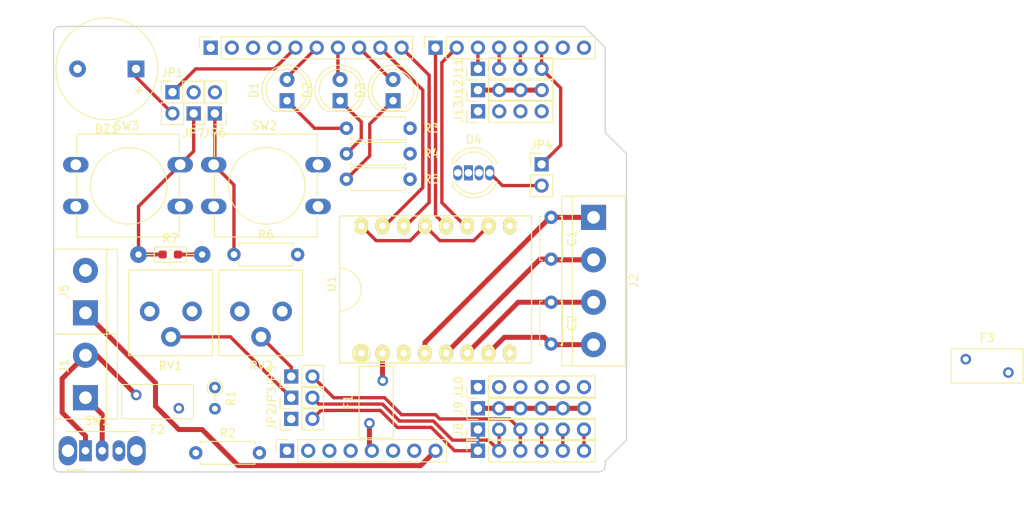
<source format=kicad_pcb>
(kicad_pcb (version 20211014) (generator pcbnew)
  (title_block (date "mar. 31 mars 2015"))
  (layers (0 "F.Cu" signal) (31 "B.Cu" signal) (34 "B.Paste" user) (35 "F.Paste" user) (36 "B.SilkS" user "B.Silkscreen") (37 "F.SilkS" user "F.Silkscreen") (38 "B.Mask" user) (39 "F.Mask" user) (44 "Edge.Cuts" user))
  (net 0 "")
  (net 1 "GND")
  (net 2 "Net-(BZ1-Pad1)")
  (net 3 "+5V")
  (net 4 "/IOREF")
  (net 5 "/A0")
  (net 6 "/A1")
  (net 7 "/A2")
  (net 8 "/A3")
  (net 9 "/SDA{slash}A4")
  (net 10 "/SCL{slash}A5")
  (net 11 "/13")
  (net 12 "/12")
  (net 13 "/AREF")
  (net 14 "/8")
  (net 15 "/7")
  (net 16 "/*11")
  (net 17 "/*10")
  (net 18 "/*9")
  (net 19 "/4")
  (net 20 "/2")
  (net 21 "/*6")
  (net 22 "/*5")
  (net 23 "/TX{slash}1")
  (net 24 "/*3")
  (net 25 "/RX{slash}0")
  (net 26 "Net-(C1-Pad1)")
  (net 27 "Net-(C1-Pad2)")
  (net 28 "/~{RESET}")
  (net 29 "Net-(C2-Pad1)")
  (net 30 "Net-(C2-Pad2)")
  (net 31 "Net-(D1-Pad1)")
  (net 32 "Net-(D2-Pad1)")
  (net 33 "Net-(D3-Pad1)")
  (net 34 "Net-(F1-Pad1)")
  (net 35 "Net-(F2-Pad1)")
  (net 36 "/+BAT")
  (net 37 "Net-(F3-Pad1)")
  (net 38 "+3.3V")
  (net 39 "/STUP_IN")
  (net 41 "/Vin")
  (net 42 "Net-(JP2-Pad1)")
  (net 43 "Net-(JP3-Pad1)")
  (net 44 "Net-(D4-Pad4)")
  (net 45 "Net-(JP5-Pad1)")
  (net 46 "Net-(JP6-Pad1)")
  (net 47 "Net-(JP7-Pad1)")
  (footprint "Connector_PinSocket_2.54mm:PinSocket_1x08_P2.54mm_Vertical" (layer "F.Cu") (at 127.94 97.46 90)
    (fp_text reference "J4" hide)
    (fp_text value "Power")
    (pad "1" thru_hole rect locked (at 0 0 90) (size 1.7 1.7) (drill 1) (layers *.Cu *.Mask))
    (pad "2" thru_hole oval locked (at 0 2.54 90) (size 1.7 1.7) (drill 1) (layers *.Cu *.Mask) (net 4 "/IOREF"))
    (pad "3" thru_hole oval locked (at 0 5.08 90) (size 1.7 1.7) (drill 1) (layers *.Cu *.Mask) (net 28 "/~{RESET}"))
    (pad "4" thru_hole oval locked (at 0 7.62 90) (size 1.7 1.7) (drill 1) (layers *.Cu *.Mask) (net 37 "Net-(F3-Pad1)"))
    (pad "5" thru_hole oval locked (at 0 10.16 90) (size 1.7 1.7) (drill 1) (layers *.Cu *.Mask) (net 34 "Net-(F1-Pad1)"))
    (pad "6" thru_hole oval locked (at 0 12.7 90) (size 1.7 1.7) (drill 1) (layers *.Cu *.Mask) (net 1 "GND"))
    (pad "7" thru_hole oval locked (at 0 15.24 90) (size 1.7 1.7) (drill 1) (layers *.Cu *.Mask) (net 1 "GND"))
    (pad "8" thru_hole oval locked (at 0 17.78 90) (size 1.7 1.7) (drill 1) (layers *.Cu *.Mask) (net 41 "/Vin"))
  )
  (footprint "Connector_PinSocket_2.54mm:PinSocket_1x06_P2.54mm_Vertical" (layer "F.Cu") (at 150.8 97.46 90)
    (fp_text reference "J6" hide)
    (fp_text value "Analog")
    (pad "1" thru_hole rect locked (at 0 0 90) (size 1.7 1.7) (drill 1) (layers *.Cu *.Mask) (net 5 "/A0"))
    (pad "2" thru_hole oval locked (at 0 2.54 90) (size 1.7 1.7) (drill 1) (layers *.Cu *.Mask) (net 6 "/A1"))
    (pad "3" thru_hole oval locked (at 0 5.08 90) (size 1.7 1.7) (drill 1) (layers *.Cu *.Mask) (net 7 "/A2"))
    (pad "4" thru_hole oval locked (at 0 7.62 90) (size 1.7 1.7) (drill 1) (layers *.Cu *.Mask) (net 8 "/A3"))
    (pad "5" thru_hole oval locked (at 0 10.16 90) (size 1.7 1.7) (drill 1) (layers *.Cu *.Mask) (net 9 "/SDA{slash}A4"))
    (pad "6" thru_hole oval locked (at 0 12.7 90) (size 1.7 1.7) (drill 1) (layers *.Cu *.Mask) (net 10 "/SCL{slash}A5"))
  )
  (footprint "Connector_PinSocket_2.54mm:PinSocket_1x10_P2.54mm_Vertical" (layer "F.Cu") (at 118.796 49.2 90)
    (fp_text reference "J3" hide)
    (fp_text value "Digital/PWM")
    (pad "1" thru_hole rect locked (at 0 0 90) (size 1.7 1.7) (drill 1) (layers *.Cu *.Mask) (net 10 "/SCL{slash}A5"))
    (pad "2" thru_hole oval locked (at 0 2.54 90) (size 1.7 1.7) (drill 1) (layers *.Cu *.Mask) (net 9 "/SDA{slash}A4"))
    (pad "3" thru_hole oval locked (at 0 5.08 90) (size 1.7 1.7) (drill 1) (layers *.Cu *.Mask) (net 13 "/AREF"))
    (pad "4" thru_hole oval locked (at 0 7.62 90) (size 1.7 1.7) (drill 1) (layers *.Cu *.Mask) (net 1 "GND"))
    (pad "5" thru_hole oval locked (at 0 10.16 90) (size 1.7 1.7) (drill 1) (layers *.Cu *.Mask) (net 11 "/13"))
    (pad "6" thru_hole oval locked (at 0 12.7 90) (size 1.7 1.7) (drill 1) (layers *.Cu *.Mask) (net 12 "/12"))
    (pad "7" thru_hole oval locked (at 0 15.24 90) (size 1.7 1.7) (drill 1) (layers *.Cu *.Mask) (net 16 "/*11"))
    (pad "8" thru_hole oval locked (at 0 17.78 90) (size 1.7 1.7) (drill 1) (layers *.Cu *.Mask) (net 17 "/*10"))
    (pad "9" thru_hole oval locked (at 0 20.32 90) (size 1.7 1.7) (drill 1) (layers *.Cu *.Mask) (net 18 "/*9"))
    (pad "10" thru_hole oval locked (at 0 22.86 90) (size 1.7 1.7) (drill 1) (layers *.Cu *.Mask) (net 14 "/8"))
  )
  (footprint "Connector_PinSocket_2.54mm:PinSocket_1x08_P2.54mm_Vertical" (layer "F.Cu") (at 145.72 49.2 90)
    (fp_text reference "J7" hide)
    (fp_text value "Digital/PWM")
    (pad "1" thru_hole rect locked (at 0 0 90) (size 1.7 1.7) (drill 1) (layers *.Cu *.Mask) (net 15 "/7"))
    (pad "2" thru_hole oval locked (at 0 2.54 90) (size 1.7 1.7) (drill 1) (layers *.Cu *.Mask) (net 21 "/*6"))
    (pad "3" thru_hole oval locked (at 0 5.08 90) (size 1.7 1.7) (drill 1) (layers *.Cu *.Mask) (net 22 "/*5"))
    (pad "4" thru_hole oval locked (at 0 7.62 90) (size 1.7 1.7) (drill 1) (layers *.Cu *.Mask) (net 19 "/4"))
    (pad "5" thru_hole oval locked (at 0 10.16 90) (size 1.7 1.7) (drill 1) (layers *.Cu *.Mask) (net 24 "/*3"))
    (pad "6" thru_hole oval locked (at 0 12.7 90) (size 1.7 1.7) (drill 1) (layers *.Cu *.Mask) (net 20 "/2"))
    (pad "7" thru_hole oval locked (at 0 15.24 90) (size 1.7 1.7) (drill 1) (layers *.Cu *.Mask) (net 23 "/TX{slash}1"))
    (pad "8" thru_hole oval locked (at 0 17.78 90) (size 1.7 1.7) (drill 1) (layers *.Cu *.Mask) (net 25 "/RX{slash}0"))
  )
  (footprint "Resistor_THT:R_Axial_DIN0207_L6.3mm_D2.5mm_P7.62mm_Horizontal" (layer "F.Cu") (at 117.018 97.714)
    (fp_text reference "R2" (at 3.81 -2.37) (layer "F.SilkS"))
    (fp_text value "R")
    (pad "1" thru_hole circle (at 0 0) (size 1.6 1.6) (drill 0.8) (layers *.Cu *.Mask) (net 42 "Net-(JP2-Pad1)"))
    (pad "2" thru_hole oval (at 7.62 0) (size 1.6 1.6) (drill 0.8) (layers *.Cu *.Mask) (net 1 "GND"))
  )
  (footprint "Connector_PinHeader_2.54mm:PinHeader_1x06_P2.54mm_Vertical" (layer "F.Cu") (at 150.8 89.84 90)
    (fp_text reference "J10" (at 0 -2.33 90) (layer "F.SilkS"))
    (fp_text value "Anlg. GND")
    (pad "1" thru_hole rect (at 0 0 90) (size 1.7 1.7) (drill 1) (layers *.Cu *.Mask) (net 1 "GND"))
    (pad "2" thru_hole oval (at 0 2.54 90) (size 1.7 1.7) (drill 1) (layers *.Cu *.Mask) (net 1 "GND"))
    (pad "3" thru_hole oval (at 0 5.08 90) (size 1.7 1.7) (drill 1) (layers *.Cu *.Mask) (net 1 "GND"))
    (pad "4" thru_hole oval (at 0 7.62 90) (size 1.7 1.7) (drill 1) (layers *.Cu *.Mask) (net 1 "GND"))
    (pad "5" thru_hole oval (at 0 10.16 90) (size 1.7 1.7) (drill 1) (layers *.Cu *.Mask) (net 1 "GND"))
    (pad "6" thru_hole oval (at 0 12.7 90) (size 1.7 1.7) (drill 1) (layers *.Cu *.Mask) (net 1 "GND"))
  )
  (footprint "Fuse:Fuse_BelFuse_0ZRE0005FF_L8.3mm_W3.8mm" (layer "F.Cu") (at 137.808 94.168 90)
    (fp_text reference "F1" (at 2.54 -2.54 90) (layer "F.SilkS"))
    (fp_text value "Polyfuse")
    (pad "1" thru_hole circle (at 0 0 90) (size 1.27 1.27) (drill 0.71) (layers *.Cu *.Mask) (net 34 "Net-(F1-Pad1)"))
    (pad "2" thru_hole circle (at 5.1 1.6 90) (size 1.27 1.27) (drill 0.71) (layers *.Cu *.Mask) (net 3 "+5V"))
  )
  (footprint "Connector_PinHeader_2.54mm:PinHeader_1x04_P2.54mm_Vertical" (layer "F.Cu") (at 150.8 51.74 90)
    (fp_text reference "J11" (at 0 -2.33 90) (layer "F.SilkS"))
    (fp_text value "Digital")
    (pad "1" thru_hole rect (at 0 0 90) (size 1.7 1.7) (drill 1) (layers *.Cu *.Mask) (net 22 "/*5"))
    (pad "2" thru_hole oval (at 0 2.54 90) (size 1.7 1.7) (drill 1) (layers *.Cu *.Mask) (net 19 "/4"))
    (pad "3" thru_hole oval (at 0 5.08 90) (size 1.7 1.7) (drill 1) (layers *.Cu *.Mask) (net 24 "/*3"))
    (pad "4" thru_hole oval (at 0 7.62 90) (size 1.7 1.7) (drill 1) (layers *.Cu *.Mask) (net 20 "/2"))
  )
  (footprint "bl_kicad:NEOPIXEL_THT_D5.0mm-4_(OGVI)" (layer "F.Cu") (at 148.392 64.186)
    (fp_text reference "D4" (at 1.905 -3.96) (layer "F.SilkS"))
    (fp_text value "NeoPixel_THT")
    (pad "1" thru_hole oval (at 0 0) (size 1.07 1.8) (drill 0.9) (layers *.Cu *.Mask))
    (pad "2" thru_hole rect (at 1.27 0) (size 1.07 1.8) (drill 0.9) (layers *.Cu *.Mask) (net 1 "GND"))
    (pad "3" thru_hole oval (at 2.54 0) (size 1.07 1.8) (drill 0.9) (layers *.Cu *.Mask) (net 3 "+5V"))
    (pad "4" thru_hole oval (at 3.81 0) (size 1.07 1.8) (drill 0.9) (layers *.Cu *.Mask) (net 44 "Net-(D4-Pad4)"))
  )
  (footprint "Button_Switch_THT:SW_PUSH-12mm" (layer "F.Cu") (at 119.16 63.21)
    (fp_text reference "SW2" (at 6.08 -4.66) (layer "F.SilkS"))
    (fp_text value "BUTTON_B")
    (pad "1" thru_hole oval (at 0 0) (size 3.048 1.85) (drill 1.3) (layers *.Cu *.Mask) (net 46 "Net-(JP6-Pad1)"))
    (pad "1" thru_hole oval (at 12.5 0) (size 3.048 1.85) (drill 1.3) (layers *.Cu *.Mask) (net 46 "Net-(JP6-Pad1)"))
    (pad "2" thru_hole oval (at 0 5) (size 3.048 1.85) (drill 1.3) (layers *.Cu *.Mask) (net 3 "+5V"))
    (pad "2" thru_hole oval (at 12.5 5) (size 3.048 1.85) (drill 1.3) (layers *.Cu *.Mask) (net 3 "+5V"))
  )
  (footprint "bl_kicad:POT_SmallBlueArrow" (layer "F.Cu") (at 122.29 75.95 -90)
    (fp_text reference "RV2" (at 11.35 -2.54) (layer "F.SilkS"))
    (fp_text value "Pot_B")
    (pad "1" thru_hole circle (at 4.826 0 270) (size 2.34 2.34) (drill 1.3) (layers *.Cu *.Mask) (net 3 "+5V"))
    (pad "2" thru_hole circle (at 7.874 -2.54 270) (size 2.34 2.34) (drill 1.3) (layers *.Cu *.Mask) (net 45 "Net-(JP5-Pad1)"))
    (pad "3" thru_hole circle (at 4.826 -5.08 270) (size 2.34 2.34) (drill 1.3) (layers *.Cu *.Mask) (net 1 "GND"))
  )
  (footprint "LED_THT:LED_D5.0mm" (layer "F.Cu") (at 134.29 55.55 90)
    (fp_text reference "D2" (at 1.27 -3.96 90) (layer "F.SilkS"))
    (fp_text value "Yellow")
    (pad "1" thru_hole rect (at 0 0 90) (size 1.8 1.8) (drill 0.9) (layers *.Cu *.Mask) (net 32 "Net-(D2-Pad1)"))
    (pad "2" thru_hole circle (at 2.54 0 90) (size 1.8 1.8) (drill 0.9) (layers *.Cu *.Mask) (net 16 "/*11"))
  )
  (footprint "Connector_PinHeader_2.54mm:PinHeader_1x02_P2.54mm_Vertical" (layer "F.Cu") (at 116.764 57.079 180)
    (fp_text reference "JP7" (at 0 -2.33) (layer "F.SilkS"))
    (fp_text value "Jump_D4")
    (pad "1" thru_hole rect (at 0 0 180) (size 1.7 1.7) (drill 1) (layers *.Cu *.Mask) (net 47 "Net-(JP7-Pad1)"))
    (pad "2" thru_hole oval (at 0 2.54 180) (size 1.7 1.7) (drill 1) (layers *.Cu *.Mask) (net 19 "/4"))
  )
  (footprint "LED_THT:LED_D5.0mm" (layer "F.Cu") (at 140.64 55.55 90)
    (fp_text reference "D3" (at 1.27 -3.96 90) (layer "F.SilkS"))
    (fp_text value "Green")
    (pad "1" thru_hole rect (at 0 0 90) (size 1.8 1.8) (drill 0.9) (layers *.Cu *.Mask) (net 33 "Net-(D3-Pad1)"))
    (pad "2" thru_hole circle (at 2.54 0 90) (size 1.8 1.8) (drill 0.9) (layers *.Cu *.Mask) (net 17 "/*10"))
  )
  (footprint "Connector_PinHeader_2.54mm:PinHeader_1x02_P2.54mm_Vertical" (layer "F.Cu") (at 128.448 93.65 90)
    (fp_text reference "JP2" (at 0 -2.33 90) (layer "F.SilkS"))
    (fp_text value "Jump_A0")
    (pad "1" thru_hole rect (at 0 0 90) (size 1.7 1.7) (drill 1) (layers *.Cu *.Mask) (net 42 "Net-(JP2-Pad1)"))
    (pad "2" thru_hole oval (at 0 2.54 90) (size 1.7 1.7) (drill 1) (layers *.Cu *.Mask) (net 5 "/A0"))
  )
  (footprint "Connector_PinHeader_2.54mm:PinHeader_1x04_P2.54mm_Vertical" (layer "F.Cu") (at 150.81 56.82 90)
    (fp_text reference "J13" (at 0 -2.33 90) (layer "F.SilkS"))
    (fp_text value "Dig. GND")
    (pad "1" thru_hole rect (at 0 0 90) (size 1.7 1.7) (drill 1) (layers *.Cu *.Mask) (net 1 "GND"))
    (pad "2" thru_hole oval (at 0 2.54 90) (size 1.7 1.7) (drill 1) (layers *.Cu *.Mask) (net 1 "GND"))
    (pad "3" thru_hole oval (at 0 5.08 90) (size 1.7 1.7) (drill 1) (layers *.Cu *.Mask) (net 1 "GND"))
    (pad "4" thru_hole oval (at 0 7.62 90) (size 1.7 1.7) (drill 1) (layers *.Cu *.Mask) (net 1 "GND"))
  )
  (footprint "Connector_PinHeader_2.54mm:PinHeader_1x04_P2.54mm_Vertical" (layer "F.Cu") (at 150.81 54.28 90)
    (fp_text reference "J12" (at 0 -2.33 90) (layer "F.SilkS"))
    (fp_text value "Dig. Pwr.")
    (pad "1" thru_hole rect (at 0 0 90) (size 1.7 1.7) (drill 1) (layers *.Cu *.Mask) (net 3 "+5V"))
    (pad "2" thru_hole oval (at 0 2.54 90) (size 1.7 1.7) (drill 1) (layers *.Cu *.Mask) (net 3 "+5V"))
    (pad "3" thru_hole oval (at 0 5.08 90) (size 1.7 1.7) (drill 1) (layers *.Cu *.Mask) (net 3 "+5V"))
    (pad "4" thru_hole oval (at 0 7.62 90) (size 1.7 1.7) (drill 1) (layers *.Cu *.Mask) (net 3 "+5V"))
  )
  (footprint "Button_Switch_THT:SW_PUSH-12mm" (layer "F.Cu") (at 102.65 63.21)
    (fp_text reference "SW3" (at 6.08 -4.66) (layer "F.SilkS"))
    (fp_text value "BUTTON_A")
    (pad "1" thru_hole oval (at 12.5 0) (size 3.048 1.85) (drill 1.3) (layers *.Cu *.Mask) (net 47 "Net-(JP7-Pad1)"))
    (pad "1" thru_hole oval (at 0 0) (size 3.048 1.85) (drill 1.3) (layers *.Cu *.Mask) (net 47 "Net-(JP7-Pad1)"))
    (pad "2" thru_hole oval (at 12.5 5) (size 3.048 1.85) (drill 1.3) (layers *.Cu *.Mask) (net 3 "+5V"))
    (pad "2" thru_hole oval (at 0 5) (size 3.048 1.85) (drill 1.3) (layers *.Cu *.Mask) (net 3 "+5V"))
  )
  (footprint "LED_THT:LED_D5.0mm" (layer "F.Cu") (at 127.94 55.55 90)
    (fp_text reference "D1" (at 1.27 -3.96 90) (layer "F.SilkS"))
    (fp_text value "Red")
    (pad "1" thru_hole rect (at 0 0 90) (size 1.8 1.8) (drill 0.9) (layers *.Cu *.Mask) (net 31 "Net-(D1-Pad1)"))
    (pad "2" thru_hole circle (at 2.54 0 90) (size 1.8 1.8) (drill 0.9) (layers *.Cu *.Mask) (net 12 "/12"))
  )
  (footprint "Connector_PinHeader_2.54mm:PinHeader_1x02_P2.54mm_Vertical" (layer "F.Cu") (at 119.304 57.079 180)
    (fp_text reference "JP6" (at 0 -2.33) (layer "F.SilkS"))
    (fp_text value "Jump_D3")
    (pad "1" thru_hole rect (at 0 0 180) (size 1.7 1.7) (drill 1) (layers *.Cu *.Mask) (net 46 "Net-(JP6-Pad1)"))
    (pad "2" thru_hole oval (at 0 2.54 180) (size 1.7 1.7) (drill 1) (layers *.Cu *.Mask) (net 24 "/*3"))
  )
  (footprint "Capacitor_THT:C_Disc_D5.0mm_W2.5mm_P5.00mm" (layer "F.Cu") (at 159.563 69.52 -90)
    (fp_text reference "C1" (at 2.5 -2.5 90) (layer "F.SilkS"))
    (fp_text value "C")
    (pad "1" thru_hole circle (at 0 0 270) (size 1.6 1.6) (drill 0.8) (layers *.Cu *.Mask) (net 26 "Net-(C1-Pad1)"))
    (pad "2" thru_hole circle (at 5 0 270) (size 1.6 1.6) (drill 0.8) (layers *.Cu *.Mask) (net 27 "Net-(C1-Pad2)"))
  )
  (footprint "Capacitor_THT:C_Disc_D5.0mm_W2.5mm_P5.00mm" (layer "F.Cu") (at 159.563 79.68 -90)
    (fp_text reference "C2" (at 2.5 -2.5 90) (layer "F.SilkS"))
    (fp_text value "C")
    (pad "1" thru_hole circle (at 0 0 270) (size 1.6 1.6) (drill 0.8) (layers *.Cu *.Mask) (net 29 "Net-(C2-Pad1)"))
    (pad "2" thru_hole circle (at 5 0 270) (size 1.6 1.6) (drill 0.8) (layers *.Cu *.Mask) (net 30 "Net-(C2-Pad2)"))
  )
  (footprint "TerminalBlock:TerminalBlock_bornier-2_P5.08mm" (layer "F.Cu") (at 103.81 80.95 90)
    (fp_text reference "J5" (at 2.54 -2.54 90) (layer "F.SilkS"))
    (fp_text value "STUP->PCB")
    (pad "1" thru_hole rect (at 0 0 90) (size 3 3) (drill 1.52) (layers *.Cu *.Mask) (net 41 "/Vin"))
    (pad "2" thru_hole circle (at 5.08 0 90) (size 3 3) (drill 1.52) (layers *.Cu *.Mask) (net 1 "GND"))
  )
  (footprint "Arduino_MountingHole:MountingHole_3.2mm" (layer "F.Cu") (at 115.24 49.2)
    (fp_text reference "MH1" hide)
    (fp_text value "MountingHole_3.2mm" hide)
    (pad "" np_thru_hole circle locked (at 0 0) (size 3.2 3.2) (drill 3.2) (layers *.Cu *.Mask))
  )
  (footprint "bl_kicad:ResistorMIxed_THT-DIN0204_SMD-0603" (layer "F.Cu") (at 110.16 73.965)
    (fp_text reference "R7" (at 3.81 -1.92) (layer "F.SilkS"))
    (fp_text value "R")
    (fp_line (start 6.9215 0) (end 5.08 0) (layer "F.Cu") (width 0.48))
    (fp_line (start 0.762 0) (end 2.9845 0) (layer "F.Cu") (width 0.48))
    (pad "1" smd roundrect locked (at 2.8975 0) (size 0.975 0.95) (layers "F.Cu" "F.Paste" "F.Mask") (net 47 "Net-(JP7-Pad1)"))
    (pad "1" thru_hole circle locked (at 0 0) (size 1.99898 1.99898) (drill 0.762) (layers *.Cu *.Mask) (net 47 "Net-(JP7-Pad1)"))
    (pad "2" smd roundrect locked (at 4.7225 0) (size 0.975 0.95) (layers "F.Cu" "F.Paste" "F.Mask") (net 1 "GND"))
    (pad "2" thru_hole circle locked (at 7.62 0) (size 1.99898 1.99898) (drill 0.762) (layers *.Cu *.Mask) (net 1 "GND"))
  )
  (footprint "Resistor_THT:R_Axial_DIN0207_L6.3mm_D2.5mm_P7.62mm_Horizontal" (layer "F.Cu") (at 121.59 73.965)
    (fp_text reference "R6" (at 3.81 -2.37) (layer "F.SilkS"))
    (fp_text value "R")
    (pad "1" thru_hole circle (at 0 0) (size 1.6 1.6) (drill 0.8) (layers *.Cu *.Mask) (net 46 "Net-(JP6-Pad1)"))
    (pad "2" thru_hole oval (at 7.62 0) (size 1.6 1.6) (drill 0.8) (layers *.Cu *.Mask) (net 1 "GND"))
  )
  (footprint "Connector_PinHeader_2.54mm:PinHeader_1x02_P2.54mm_Vertical" (layer "F.Cu") (at 128.448 88.57 90)
    (fp_text reference "JP5" (at 0 -2.33 90) (layer "F.SilkS"))
    (fp_text value "Jump_A2")
    (pad "1" thru_hole rect (at 0 0 90) (size 1.7 1.7) (drill 1) (layers *.Cu *.Mask) (net 45 "Net-(JP5-Pad1)"))
    (pad "2" thru_hole oval (at 0 2.54 90) (size 1.7 1.7) (drill 1) (layers *.Cu *.Mask) (net 7 "/A2"))
  )
  (footprint "Resistor_THT:R_Axial_DIN0207_L6.3mm_D2.5mm_P7.62mm_Horizontal" (layer "F.Cu") (at 135.052 58.852)
    (fp_text reference "R3" (at 10.16 0) (layer "F.SilkS"))
    (fp_text value "R")
    (pad "1" thru_hole circle (at 0 0) (size 1.6 1.6) (drill 0.8) (layers *.Cu *.Mask) (net 31 "Net-(D1-Pad1)"))
    (pad "2" thru_hole oval (at 7.62 0) (size 1.6 1.6) (drill 0.8) (layers *.Cu *.Mask) (net 1 "GND"))
  )
  (footprint "Resistor_THT:R_Axial_DIN0204_L3.6mm_D1.6mm_P2.54mm_Vertical" (layer "F.Cu") (at 119.304 89.89 -90)
    (fp_text reference "R1" (at 1.27 -1.92 90) (layer "F.SilkS"))
    (fp_text value "R_Photo")
    (pad "1" thru_hole circle (at 0 0 270) (size 1.4 1.4) (drill 0.7) (layers *.Cu *.Mask) (net 3 "+5V"))
    (pad "2" thru_hole oval (at 2.54 0 270) (size 1.4 1.4) (drill 0.7) (layers *.Cu *.Mask) (net 42 "Net-(JP2-Pad1)"))
  )
  (footprint "Connector_PinHeader_2.54mm:PinHeader_1x02_P2.54mm_Vertical" (layer "F.Cu") (at 114.224 54.529)
    (fp_text reference "JP1" (at 0 -2.33) (layer "F.SilkS"))
    (fp_text value "Jump_D13")
    (pad "1" thru_hole rect (at 0 0) (size 1.7 1.7) (drill 1) (layers *.Cu *.Mask) (net 11 "/13"))
    (pad "2" thru_hole oval (at 0 2.54) (size 1.7 1.7) (drill 1) (layers *.Cu *.Mask) (net 2 "Net-(BZ1-Pad1)"))
  )
  (footprint "Fuse:Fuse_BelFuse_0ZRE0005FF_L8.3mm_W3.8mm" (layer "F.Cu") (at 209.21 86.5)
    (fp_text reference "F3" (at 2.54 -2.54) (layer "F.SilkS"))
    (fp_text value "Polyfuse")
    (pad "1" thru_hole circle (at 0 0) (size 1.27 1.27) (drill 0.71) (layers *.Cu *.Mask) (net 37 "Net-(F3-Pad1)"))
    (pad "2" thru_hole circle (at 5.1 1.6) (size 1.27 1.27) (drill 0.71) (layers *.Cu *.Mask) (net 38 "+3.3V"))
  )
  (footprint "Fuse:Fuse_BelFuse_0ZRE0005FF_L8.3mm_W3.8mm" (layer "F.Cu") (at 114.986 92.38 180)
    (fp_text reference "F2" (at 2.54 -2.54) (layer "F.SilkS"))
    (fp_text value "Polyfuse")
    (pad "1" thru_hole circle (at 0 0 180) (size 1.27 1.27) (drill 0.71) (layers *.Cu *.Mask) (net 35 "Net-(F2-Pad1)"))
    (pad "2" thru_hole circle (at 5.1 1.6 180) (size 1.27 1.27) (drill 0.71) (layers *.Cu *.Mask) (net 36 "/+BAT"))
  )
  (footprint "bl_kicad:POT_SmallBlueArrow" (layer "F.Cu") (at 111.495 75.95 -90)
    (fp_text reference "RV1" (at 11.35 -2.475) (layer "F.SilkS"))
    (fp_text value "Pot_A")
    (pad "1" thru_hole circle (at 4.826 0 270) (size 2.34 2.34) (drill 1.3) (layers *.Cu *.Mask) (net 3 "+5V"))
    (pad "2" thru_hole circle (at 7.874 -2.54 270) (size 2.34 2.34) (drill 1.3) (layers *.Cu *.Mask) (net 43 "Net-(JP3-Pad1)"))
    (pad "3" thru_hole circle (at 4.826 -5.08 270) (size 2.34 2.34) (drill 1.3) (layers *.Cu *.Mask) (net 1 "GND"))
  )
  (footprint "bl_kicad:Buzzer_11.45x8RM7" (layer "F.Cu") (at 110.16 51.74 180)
    (fp_text reference "BZ1" (at 3.8 -7.2) (layer "F.SilkS"))
    (fp_text value "Buzzer")
    (fp_text user "+" (at -0.01 -2.54) (layer "F.SilkS"))
    (pad "1" thru_hole rect (at 0.3 0 180) (size 2 2) (drill 1) (layers *.Cu *.Mask) (net 2 "Net-(BZ1-Pad1)"))
    (pad "2" thru_hole circle (at 7.3 0 180) (size 2 2) (drill 1) (layers *.Cu *.Mask) (net 1 "GND"))
  )
  (footprint "Button_Switch_THT:SW_CuK_OS102011MA1QN1_SPDT_Angled" (layer "F.Cu") (at 103.81 97.46)
    (fp_text reference "SW1" (at 1.4 -3.6) (layer "F.SilkS"))
    (fp_text value "SW_SPST")
    (pad "" thru_hole oval (at -2.1 0) (size 2.2 3.5) (drill 1.5) (layers *.Cu *.Mask))
    (pad "" thru_hole oval (at 6.1 0) (size 2.2 3.5) (drill 1.5) (layers *.Cu *.Mask))
    (pad "1" thru_hole rect (at 0 0) (size 1.5 2.5) (drill 0.9) (layers *.Cu *.Mask) (net 36 "/+BAT"))
    (pad "2" thru_hole oval (at 2 0) (size 1.5 2.5) (drill 0.9) (layers *.Cu *.Mask) (net 39 "/STUP_IN"))
    (pad "3" thru_hole oval (at 4 0) (size 1.5 2.5) (drill 0.9) (layers *.Cu *.Mask))
  )
  (footprint "TerminalBlock:TerminalBlock_bornier-4_P5.08mm" (layer "F.Cu") (at 164.643 69.52 -90)
    (fp_text reference "J2" (at 7.6 -4.8 90) (layer "F.SilkS"))
    (fp_text value "Motors Connector")
    (pad "1" thru_hole rect (at 0 0 270) (size 3 3) (drill 1.52) (layers *.Cu *.Mask) (net 26 "Net-(C1-Pad1)"))
    (pad "2" thru_hole circle (at 5.08 0 270) (size 3 3) (drill 1.52) (layers *.Cu *.Mask) (net 27 "Net-(C1-Pad2)"))
    (pad "3" thru_hole circle (at 10.16 0 270) (size 3 3) (drill 1.52) (layers *.Cu *.Mask) (net 29 "Net-(C2-Pad1)"))
    (pad "4" thru_hole circle (at 15.24 0 270) (size 3 3) (drill 1.52) (layers *.Cu *.Mask) (net 30 "Net-(C2-Pad2)"))
  )
  (footprint "TerminalBlock:TerminalBlock_bornier-2_P5.08mm" (layer "F.Cu") (at 103.81 91.11 90)
    (fp_text reference "J1" (at 3.81 -2.54 90) (layer "F.SilkS"))
    (fp_text value "BATTERY -> STUP")
    (pad "1" thru_hole rect (at 0 0 90) (size 3 3) (drill 1.52) (layers *.Cu *.Mask) (net 39 "/STUP_IN"))
    (pad "2" thru_hole circle (at 5.08 0 90) (size 3 3) (drill 1.52) (layers *.Cu *.Mask) (net 36 "/+BAT"))
  )
  (footprint "Arduino_MountingHole:MountingHole_3.2mm" (layer "F.Cu") (at 113.97 97.46)
    (fp_text reference "MH2" hide)
    (fp_text value "MountingHole_3.2mm" hide)
    (pad "" np_thru_hole circle locked (at 0 0) (size 3.2 3.2) (drill 3.2) (layers *.Cu *.Mask))
  )
  (footprint "Resistor_THT:R_Axial_DIN0207_L6.3mm_D2.5mm_P7.62mm_Horizontal" (layer "F.Cu") (at 135.052 61.9)
    (fp_text reference "R4" (at 10.16 0) (layer "F.SilkS"))
    (fp_text value "R")
    (pad "1" thru_hole circle (at 0 0) (size 1.6 1.6) (drill 0.8) (layers *.Cu *.Mask) (net 32 "Net-(D2-Pad1)"))
    (pad "2" thru_hole oval (at 7.62 0) (size 1.6 1.6) (drill 0.8) (layers *.Cu *.Mask) (net 1 "GND"))
  )
  (footprint "Resistor_THT:R_Axial_DIN0207_L6.3mm_D2.5mm_P7.62mm_Horizontal" (layer "F.Cu") (at 135.052 64.948)
    (fp_text reference "R5" (at 10.16 0) (layer "F.SilkS"))
    (fp_text value "R")
    (pad "1" thru_hole circle (at 0 0) (size 1.6 1.6) (drill 0.8) (layers *.Cu *.Mask) (net 33 "Net-(D3-Pad1)"))
    (pad "2" thru_hole oval (at 7.62 0) (size 1.6 1.6) (drill 0.8) (layers *.Cu *.Mask) (net 1 "GND"))
  )
  (footprint "Arduino_MountingHole:MountingHole_3.2mm" (layer "F.Cu") (at 166.04 64.44)
    (fp_text reference "MH3" hide)
    (fp_text value "MountingHole_3.2mm" hide)
    (pad "" np_thru_hole circle locked (at 0 0) (size 3.2 3.2) (drill 3.2) (layers *.Cu *.Mask))
  )
  (footprint "Connector_PinHeader_2.54mm:PinHeader_1x02_P2.54mm_Vertical" (layer "F.Cu") (at 128.443 91.11 90)
    (fp_text reference "JP3" (at 0 -2.33 90) (layer "F.SilkS"))
    (fp_text value "Jump_A1")
    (pad "1" thru_hole rect (at 0 0 90) (size 1.7 1.7) (drill 1) (layers *.Cu *.Mask) (net 43 "Net-(JP3-Pad1)"))
    (pad "2" thru_hole oval (at 0 2.54 90) (size 1.7 1.7) (drill 1) (layers *.Cu *.Mask) (net 6 "/A1"))
  )
  (footprint "Arduino_MountingHole:MountingHole_3.2mm" (layer "F.Cu") (at 166.04 92.38)
    (fp_text reference "MH4" hide)
    (fp_text value "MountingHole_3.2mm" hide)
    (pad "" np_thru_hole circle locked (at 0 0) (size 3.2 3.2) (drill 3.2) (layers *.Cu *.Mask))
  )
  (footprint "Connector_PinHeader_2.54mm:PinHeader_1x06_P2.54mm_Vertical" (layer "F.Cu") (at 150.8 94.92 90)
    (fp_text reference "J8" (at 0 -2.33 90) (layer "F.SilkS"))
    (fp_text value "Analog")
    (pad "1" thru_hole rect (at 0 0 90) (size 1.7 1.7) (drill 1) (layers *.Cu *.Mask) (net 5 "/A0"))
    (pad "2" thru_hole oval (at 0 2.54 90) (size 1.7 1.7) (drill 1) (layers *.Cu *.Mask) (net 6 "/A1"))
    (pad "3" thru_hole oval (at 0 5.08 90) (size 1.7 1.7) (drill 1) (layers *.Cu *.Mask) (net 7 "/A2"))
    (pad "4" thru_hole oval (at 0 7.62 90) (size 1.7 1.7) (drill 1) (layers *.Cu *.Mask) (net 8 "/A3"))
    (pad "5" thru_hole oval (at 0 10.16 90) (size 1.7 1.7) (drill 1) (layers *.Cu *.Mask) (net 9 "/SDA{slash}A4"))
    (pad "6" thru_hole oval (at 0 12.7 90) (size 1.7 1.7) (drill 1) (layers *.Cu *.Mask) (net 10 "/SCL{slash}A5"))
  )
  (footprint "bl_kicad:DIP-16_600" (layer "F.Cu") (at 136.83 85.776 90)
    (fp_text reference "U1" (at 8.32 -3.54 90) (layer "F.SilkS"))
    (fp_text value "TB6612FNG_BREAKOUT")
    (pad "1" thru_hole oval (at 0 0 90) (size 2 1.6) (drill 0.8) (layers *.Cu *.Mask "F.SilkS") (net 35 "Net-(F2-Pad1)"))
    (pad "2" thru_hole oval (at 0 2.54 90) (size 2 1.6) (drill 0.8) (layers *.Cu *.Mask "F.SilkS") (net 3 "+5V"))
    (pad "3" thru_hole oval (at 0 5.08 90) (size 2 1.6) (drill 0.8) (layers *.Cu *.Mask "F.SilkS") (net 1 "GND"))
    (pad "4" thru_hole oval (at 0 7.62 90) (size 2 1.6) (drill 0.8) (layers *.Cu *.Mask "F.SilkS") (net 26 "Net-(C1-Pad1)"))
    (pad "5" thru_hole oval (at 0 10.16 90) (size 2 1.6) (drill 0.8) (layers *.Cu *.Mask "F.SilkS") (net 27 "Net-(C1-Pad2)"))
    (pad "6" thru_hole oval (at 0 12.7 90) (size 2 1.6) (drill 0.8) (layers *.Cu *.Mask "F.SilkS") (net 29 "Net-(C2-Pad1)"))
    (pad "7" thru_hole oval (at 0 15.24 90) (size 2 1.6) (drill 0.8) (layers *.Cu *.Mask "F.SilkS") (net 30 "Net-(C2-Pad2)"))
    (pad "8" thru_hole oval (at 0 17.78 90) (size 2 1.6) (drill 0.8) (layers *.Cu *.Mask "F.SilkS") (net 1 "GND"))
    (pad "9" thru_hole oval (at 15.24 17.78 90) (size 2 1.6) (drill 0.8) (layers *.Cu *.Mask "F.SilkS") (net 1 "GND"))
    (pad "10" thru_hole oval (at 15.24 15.24 90) (size 2 1.6) (drill 0.8) (layers *.Cu *.Mask "F.SilkS") (net 3 "+5V"))
    (pad "11" thru_hole oval (at 15.24 12.7 90) (size 2 1.6) (drill 0.8) (layers *.Cu *.Mask "F.SilkS") (net 21 "/*6"))
    (pad "12" thru_hole oval (at 15.24 10.16 90) (size 2 1.6) (drill 0.8) (layers *.Cu *.Mask "F.SilkS") (net 15 "/7"))
    (pad "13" thru_hole oval (at 15.24 7.62 90) (size 2 1.6) (drill 0.8) (layers *.Cu *.Mask "F.SilkS") (net 3 "+5V"))
    (pad "14" thru_hole oval (at 15.24 5.08 90) (size 2 1.6) (drill 0.8) (layers *.Cu *.Mask "F.SilkS") (net 14 "/8"))
    (pad "15" thru_hole oval (at 15.24 2.54 90) (size 2 1.6) (drill 0.8) (layers *.Cu *.Mask "F.SilkS") (net 18 "/*9"))
    (pad "16" thru_hole oval (at 15.24 0 90) (size 2 1.6) (drill 0.8) (layers *.Cu *.Mask "F.SilkS") (net 3 "+5V"))
  )
  (footprint "Connector_PinHeader_2.54mm:PinHeader_1x02_P2.54mm_Vertical" (layer "F.Cu") (at 158.42 63.17)
    (fp_text reference "JP4" (at 0 -2.33) (layer "F.SilkS"))
    (fp_text value "Jump_D2")
    (pad "1" thru_hole rect (at 0 0) (size 1.7 1.7) (drill 1) (layers *.Cu *.Mask) (net 20 "/2"))
    (pad "2" thru_hole oval (at 0 2.54) (size 1.7 1.7) (drill 1) (layers *.Cu *.Mask) (net 44 "Net-(D4-Pad4)"))
  )
  (footprint "Connector_PinHeader_2.54mm:PinHeader_1x06_P2.54mm_Vertical" (layer "F.Cu") (at 150.8 92.38 90)
    (fp_text reference "J9" (at 0 -2.33 90) (layer "F.SilkS"))
    (fp_text value "Anlg. Pwr")
    (pad "1" thru_hole rect (at 0 0 90) (size 1.7 1.7) (drill 1) (layers *.Cu *.Mask) (net 3 "+5V"))
    (pad "2" thru_hole oval (at 0 2.54 90) (size 1.7 1.7) (drill 1) (layers *.Cu *.Mask) (net 3 "+5V"))
    (pad "3" thru_hole oval (at 0 5.08 90) (size 1.7 1.7) (drill 1) (layers *.Cu *.Mask) (net 3 "+5V"))
    (pad "4" thru_hole oval (at 0 7.62 90) (size 1.7 1.7) (drill 1) (layers *.Cu *.Mask) (net 3 "+5V"))
    (pad "5" thru_hole oval (at 0 10.16 90) (size 1.7 1.7) (drill 1) (layers *.Cu *.Mask) (net 3 "+5V"))
    (pad "6" thru_hole oval (at 0 12.7 90) (size 1.7 1.7) (drill 1) (layers *.Cu *.Mask) (net 3 "+5V"))
  )
  (gr_line (start 166.04 59.36) (end 168.58 61.9) (layer "Edge.Cuts") (width 0.15))
  (gr_line (start 100 99.238) (end 100 47.422) (layer "Edge.Cuts") (width 0.15))
  (gr_line (start 168.58 61.9) (end 168.58 96.19) (layer "Edge.Cuts") (width 0.15))
  (gr_line (start 165.278 100) (end 100.762 100) (layer "Edge.Cuts") (width 0.15))
  (gr_line (start 100.762 46.66) (end 163.5 46.66) (layer "Edge.Cuts") (width 0.15))
  (gr_arc (start 100.762 100) (mid 100.223185 99.776815) (end 100 99.238) (layer "Edge.Cuts") (width 0.15))
  (gr_line (start 168.58 96.19) (end 166.04 98.73) (layer "Edge.Cuts") (width 0.15))
  (gr_line (start 163.5 46.66) (end 166.04 49.2) (layer "Edge.Cuts") (width 0.15))
  (gr_arc (start 166.04 99.238) (mid 165.816815 99.776815) (end 165.278 100) (layer "Edge.Cuts") (width 0.15))
  (gr_line (start 166.04 49.2) (end 166.04 59.36) (layer "Edge.Cuts") (width 0.15))
  (gr_line (start 166.04 98.73) (end 166.04 99.238) (layer "Edge.Cuts") (width 0.15))
  (gr_arc (start 100 47.422) (mid 100.223185 46.883185) (end 100.762 46.66) (layer "Edge.Cuts") (width 0.15))
  (segment (start 109.86 52.705) (end 109.86 51.74) (width 0.4) (layer "F.Cu") (net 2))
  (segment (start 114.224 57.069) (end 109.86 52.705) (width 0.4) (layer "F.Cu") (net 2))
  (segment (start 153.34 92.38) (end 155.88 92.38) (width 0.6) (layer "F.Cu") (net 3))
  (segment (start 142.677 72.309) (end 144.45 70.536) (width 0.4) (layer "F.Cu") (net 3))
  (segment (start 139.37 89.03) (end 139.408 89.068) (width 0.6) (layer "F.Cu") (net 3))
  (segment (start 139.37 85.776) (end 139.37 89.03) (width 0.6) (layer "F.Cu") (net 3))
  (segment (start 150.8 92.38) (end 153.34 92.38) (width 0.6) (layer "F.Cu") (net 3))
  (segment (start 138.618 72.309) (end 142.677 72.309) (width 0.4) (layer "F.Cu") (net 3))
  (segment (start 144.45 70.536) (end 144.465 70.536) (width 0.4) (layer "F.Cu") (net 3))
  (segment (start 160.96 92.38) (end 163.5 92.38) (width 0.6) (layer "F.Cu") (net 3))
  (segment (start 150.302 72.309) (end 152.07 70.541) (width 0.4) (layer "F.Cu") (net 3))
  (segment (start 152.07 70.541) (end 152.07 70.536) (width 0.4) (layer "F.Cu") (net 3))
  (segment (start 155.89 54.28) (end 158.43 54.28) (width 0.6) (layer "F.Cu") (net 3))
  (segment (start 144.465 70.536) (end 146.238 72.309) (width 0.4) (layer "F.Cu") (net 3))
  (segment (start 153.35 54.28) (end 155.89 54.28) (width 0.6) (layer "F.Cu") (net 3))
  (segment (start 155.88 92.38) (end 158.42 92.38) (width 0.6) (layer "F.Cu") (net 3))
  (segment (start 136.845 70.536) (end 138.618 72.309) (width 0.4) (layer "F.Cu") (net 3))
  (segment (start 146.238 72.309) (end 150.302 72.309) (width 0.4) (layer "F.Cu") (net 3))
  (segment (start 150.81 54.28) (end 153.35 54.28) (width 0.6) (layer "F.Cu") (net 3))
  (segment (start 136.83 70.536) (end 136.845 70.536) (width 0.4) (layer "F.Cu") (net 3))
  (segment (start 158.42 92.38) (end 160.96 92.38) (width 0.6) (layer "F.Cu") (net 3))
  (segment (start 139.116 92.634) (end 132.004 92.634) (width 0.4) (layer "F.Cu") (net 5))
  (segment (start 150.8 97.46) (end 148.006 97.46) (width 0.4) (layer "F.Cu") (net 5))
  (segment (start 132.004 92.634) (end 130.988 93.65) (width 0.4) (layer "F.Cu") (net 5))
  (segment (start 145.212 94.666) (end 141.148 94.666) (width 0.4) (layer "F.Cu") (net 5))
  (segment (start 148.006 97.46) (end 145.212 94.666) (width 0.4) (layer "F.Cu") (net 5))
  (segment (start 141.148 94.666) (end 139.116 92.634) (width 0.4) (layer "F.Cu") (net 5))
  (segment (start 150.8 97.46) (end 150.8 94.92) (width 0.4) (layer "B.Cu") (net 5))
  (segment (start 141.402 93.904) (end 139.37 91.872) (width 0.4) (layer "F.Cu") (net 6))
  (segment (start 147.752 96.19) (end 145.466 93.904) (width 0.4) (layer "F.Cu") (net 6))
  (segment (start 131.745 91.872) (end 130.983 91.11) (width 0.4) (layer "F.Cu") (net 6))
  (segment (start 153.34 97.46) (end 153.34 94.92) (width 0.4) (layer "F.Cu") (net 6))
  (segment (start 145.466 93.904) (end 141.402 93.904) (width 0.4) (layer "F.Cu") (net 6))
  (segment (start 153.34 97.46) (end 152.07 96.19) (width 0.4) (layer "F.Cu") (net 6))
  (segment (start 152.07 96.19) (end 147.752 96.19) (width 0.4) (layer "F.Cu") (net 6))
  (segment (start 139.37 91.872) (end 131.745 91.872) (width 0.4) (layer "F.Cu") (net 6))
  (segment (start 155.88 94.92) (end 154.61 93.65) (width 0.4) (layer "F.Cu") (net 7))
  (segment (start 155.88 97.46) (end 155.88 94.92) (width 0.4) (layer "F.Cu") (net 7))
  (segment (start 145.72 93.142) (end 141.656 93.142) (width 0.4) (layer "F.Cu") (net 7))
  (segment (start 133.528 91.11) (end 130.988 88.57) (width 0.4) (layer "F.Cu") (net 7))
  (segment (start 146.228 93.65) (end 145.72 93.142) (width 0.4) (layer "F.Cu") (net 7))
  (segment (start 139.624 91.11) (end 133.528 91.11) (width 0.4) (layer "F.Cu") (net 7))
  (segment (start 154.61 93.65) (end 146.228 93.65) (width 0.4) (layer "F.Cu") (net 7))
  (segment (start 141.656 93.142) (end 139.624 91.11) (width 0.4) (layer "F.Cu") (net 7))
  (segment (start 158.42 97.46) (end 158.42 94.92) (width 0.4) (layer "F.Cu") (net 8))
  (segment (start 160.96 97.46) (end 160.96 94.92) (width 0.4) (layer "F.Cu") (net 9))
  (segment (start 163.5 97.46) (end 163.5 94.92) (width 0.4) (layer "F.Cu") (net 10))
  (segment (start 117.013 51.74) (end 114.224 54.529) (width 0.4) (layer "F.Cu") (net 11))
  (segment (start 128.956 49.2) (end 126.416 51.74) (width 0.4) (layer "F.Cu") (net 11))
  (segment (start 126.416 51.74) (end 117.013 51.74) (width 0.4) (layer "F.Cu") (net 11))
  (segment (start 127.94 52.756) (end 127.94 53.01) (width 0.4) (layer "F.Cu") (net 12))
  (segment (start 131.496 49.2) (end 127.94 52.756) (width 0.4) (layer "F.Cu") (net 12))
  (segment (start 144.958 52.502) (end 144.958 67.742) (width 0.4) (layer "F.Cu") (net 14))
  (segment (start 142.164 70.536) (end 141.91 70.536) (width 0.4) (layer "F.Cu") (net 14))
  (segment (start 141.656 49.2) (end 144.958 52.502) (width 0.4) (layer "F.Cu") (net 14))
  (segment (start 144.958 67.742) (end 142.164 70.536) (width 0.4) (layer "F.Cu") (net 14))
  (segment (start 145.72 69.266) (end 146.99 70.536) (width 0.4) (layer "F.Cu") (net 15))
  (segment (start 145.72 49.2) (end 145.72 69.266) (width 0.4) (layer "F.Cu") (net 15))
  (segment (start 134.036 52.756) (end 134.29 53.01) (width 0.4) (layer "F.Cu") (net 16))
  (segment (start 134.036 49.2) (end 134.036 52.756) (width 0.4) (layer "F.Cu") (net 16))
  (segment (start 136.576 49.2) (end 140.386 53.01) (width 0.4) (layer "F.Cu") (net 17))
  (segment (start 140.386 53.01) (end 140.64 53.01) (width 0.4) (layer "F.Cu") (net 17))
  (segment (start 139.116 49.2) (end 144.196 54.28) (width 0.4) (layer "F.Cu") (net 18))
  (segment (start 139.619 70.536) (end 139.37 70.536) (width 0.4) (layer "F.Cu") (net 18))
  (segment (start 144.196 54.28) (end 144.196 65.959) (width 0.4) (layer "F.Cu") (net 18))
  (segment (start 144.196 65.959) (end 139.619 70.536) (width 0.4) (layer "F.Cu") (net 18))
  (segment (start 153.34 49.2) (end 153.34 51.74) (width 0.4) (layer "F.Cu") (net 19))
  (segment (start 158.42 49.2) (end 158.42 51.74) (width 0.4) (layer "F.Cu") (net 20))
  (segment (start 160.706 60.884) (end 158.42 63.17) (width 0.4) (layer "F.Cu") (net 20))
  (segment (start 160.706 54.026) (end 160.706 60.884) (width 0.4) (layer "F.Cu") (net 20))
  (segment (start 158.42 51.74) (end 160.706 54.026) (width 0.4) (layer "F.Cu") (net 20))
  (segment (start 146.482 50.978) (end 146.482 67.757) (width 0.4) (layer "F.Cu") (net 21))
  (segment (start 149.261 70.536) (end 149.53 70.536) (width 0.4) (layer "F.Cu") (net 21))
  (segment (start 148.26 49.2) (end 146.482 50.978) (width 0.4) (layer "F.Cu") (net 21))
  (segment (start 146.482 67.757) (end 149.261 70.536) (width 0.4) (layer "F.Cu") (net 21))
  (segment (start 150.8 49.2) (end 150.8 51.74) (width 0.4) (layer "F.Cu") (net 22))
  (segment (start 155.88 49.2) (end 155.88 51.74) (width 0.4) (layer "F.Cu") (net 24))
  (segment (start 159.436 69.52) (end 144.45 84.506) (width 0.6) (layer "F.Cu") (net 26))
  (segment (start 159.563 69.52) (end 159.436 69.52) (width 0.6) (layer "F.Cu") (net 26))
  (segment (start 144.45 84.506) (end 144.45 85.776) (width 0.6) (layer "F.Cu") (net 26))
  (segment (start 164.643 69.52) (end 159.563 69.52) (width 0.6) (layer "F.Cu") (net 26))
  (segment (start 159.643 74.6) (end 159.563 74.52) (width 0.6) (layer "F.Cu") (net 27))
  (segment (start 159.563 74.52) (end 158.2435 74.52) (width 0.6) (layer "F.Cu") (net 27))
  (segment (start 146.99 85.7735) (end 146.99 85.776) (width 0.6) (layer "F.Cu") (net 27))
  (segment (start 158.2435 74.52) (end 146.99 85.7735) (width 0.6) (layer "F.Cu") (net 27))
  (segment (start 164.643 74.6) (end 159.643 74.6) (width 0.6) (layer "F.Cu") (net 27))
  (segment (start 155.6235 79.68) (end 149.53 85.7735) (width 0.6) (layer "F.Cu") (net 29))
  (segment (start 164.643 79.68) (end 159.563 79.68) (width 0.6) (layer "F.Cu") (net 29))
  (segment (start 159.563 79.68) (end 155.6235 79.68) (width 0.6) (layer "F.Cu") (net 29))
  (segment (start 149.53 85.7735) (end 149.53 85.776) (width 0.6) (layer "F.Cu") (net 29))
  (segment (start 159.643 84.76) (end 159.563 84.68) (width 0.6) (layer "F.Cu") (net 30))
  (segment (start 158.763001 83.880001) (end 153.963499 83.880001) (width 0.6) (layer "F.Cu") (net 30))
  (segment (start 164.643 84.76) (end 159.643 84.76) (width 0.6) (layer "F.Cu") (net 30))
  (segment (start 153.963499 83.880001) (end 152.07 85.7735) (width 0.6) (layer "F.Cu") (net 30))
  (segment (start 152.07 85.7735) (end 152.07 85.776) (width 0.6) (layer "F.Cu") (net 30))
  (segment (start 159.563 84.68) (end 158.763001 83.880001) (width 0.6) (layer "F.Cu") (net 30))
  (segment (start 127.94 55.55) (end 131.242 58.852) (width 0.4) (layer "F.Cu") (net 31))
  (segment (start 131.242 58.852) (end 135.052 58.852) (width 0.4) (layer "F.Cu") (net 31))
  (segment (start 136.83 58.09) (end 136.83 60.122) (width 0.4) (layer "F.Cu") (net 32))
  (segment (start 136.83 60.122) (end 135.052 61.9) (width 0.4) (layer "F.Cu") (net 32))
  (segment (start 134.29 55.55) (end 136.83 58.09) (width 0.4) (layer "F.Cu") (net 32))
  (segment (start 137.846 62.154) (end 135.052 64.948) (width 0.4) (layer "F.Cu") (net 33))
  (segment (start 137.846 58.344) (end 137.846 62.154) (width 0.4) (layer "F.Cu") (net 33))
  (segment (start 140.64 55.55) (end 137.846 58.344) (width 0.4) (layer "F.Cu") (net 33))
  (segment (start 137.808 94.168) (end 137.808 97.168) (width 0.6) (layer "F.Cu") (net 34))
  (segment (start 137.808 97.168) (end 138.1 97.46) (width 0.6) (layer "F.Cu") (net 34))
  (segment (start 101.016 88.824) (end 101.016 92.888) (width 0.6) (layer "F.Cu") (net 36))
  (segment (start 103.81 95.682) (end 103.81 97.46) (width 0.6) (layer "F.Cu") (net 36))
  (segment (start 103.81 86.03) (end 105.136 86.03) (width 0.6) (layer "F.Cu") (net 36))
  (segment (start 105.136 86.03) (end 109.886 90.78) (width 0.6) (layer "F.Cu") (net 36))
  (segment (start 101.016 92.888) (end 103.81 95.682) (width 0.6) (layer "F.Cu") (net 36))
  (segment (start 103.81 86.03) (end 101.016 88.824) (width 0.6) (layer "F.Cu") (net 36))
  (segment (start 105.81 93.11) (end 103.81 91.11) (width 0.6) (layer "F.Cu") (net 39))
  (segment (start 105.81 97.46) (end 105.81 93.11) (width 0.6) (layer "F.Cu") (net 39))
  (segment (start 122.098 99.238) (end 117.78 94.92) (width 0.6) (layer "F.Cu") (net 41))
  (segment (start 143.942 99.238) (end 122.098 99.238) (width 0.6) (layer "F.Cu") (net 41))
  (segment (start 114.986 94.92) (end 112.192 92.126) (width 0.6) (layer "F.Cu") (net 41))
  (segment (start 145.72 97.46) (end 143.942 99.238) (width 0.6) (layer "F.Cu") (net 41))
  (segment (start 117.78 94.92) (end 114.986 94.92) (width 0.6) (layer "F.Cu") (net 41))
  (segment (start 112.192 89.332) (end 103.81 80.95) (width 0.6) (layer "F.Cu") (net 41))
  (segment (start 112.192 92.126) (end 112.192 89.332) (width 0.6) (layer "F.Cu") (net 41))
  (segment (start 121.162 83.824) (end 114.035 83.824) (width 0.4) (layer "F.Cu") (net 43))
  (segment (start 128.443 91.105) (end 121.162 83.824) (width 0.4) (layer "F.Cu") (net 43))
  (segment (start 128.443 91.11) (end 128.443 91.105) (width 0.4) (layer "F.Cu") (net 43))
  (segment (start 158.42 65.71) (end 153.726 65.71) (width 0.4) (layer "F.Cu") (net 44))
  (segment (start 153.726 65.71) (end 152.202 64.186) (width 0.4) (layer "F.Cu") (net 44))
  (segment (start 128.448 88.57) (end 128.448 87.442) (width 0.4) (layer "F.Cu") (net 45))
  (segment (start 128.448 87.442) (end 124.83 83.824) (width 0.4) (layer "F.Cu") (net 45))
  (segment (start 119.304 57.079) (end 119.304 63.066) (width 0.4) (layer "F.Cu") (net 46))
  (segment (start 119.16 63.21) (end 121.59 65.64) (width 0.4) (layer "F.Cu") (net 46))
  (segment (start 121.59 65.64) (end 121.59 73.965) (width 0.4) (layer "F.Cu") (net 46))
  (segment (start 119.304 63.066) (end 119.16 63.21) (width 0.4) (layer "F.Cu") (net 46))
  (segment (start 116.764 57.079) (end 116.764 61.596) (width 0.4) (layer "F.Cu") (net 47))
  (segment (start 116.764 61.596) (end 115.15 63.21) (width 0.4) (layer "F.Cu") (net 47))
  (segment (start 110.16 68.2) (end 110.16 73.965) (width 0.4) (layer "F.Cu") (net 47))
  (segment (start 115.15 63.21) (end 110.16 68.2) (width 0.4) (layer "F.Cu") (net 47))
)
</source>
